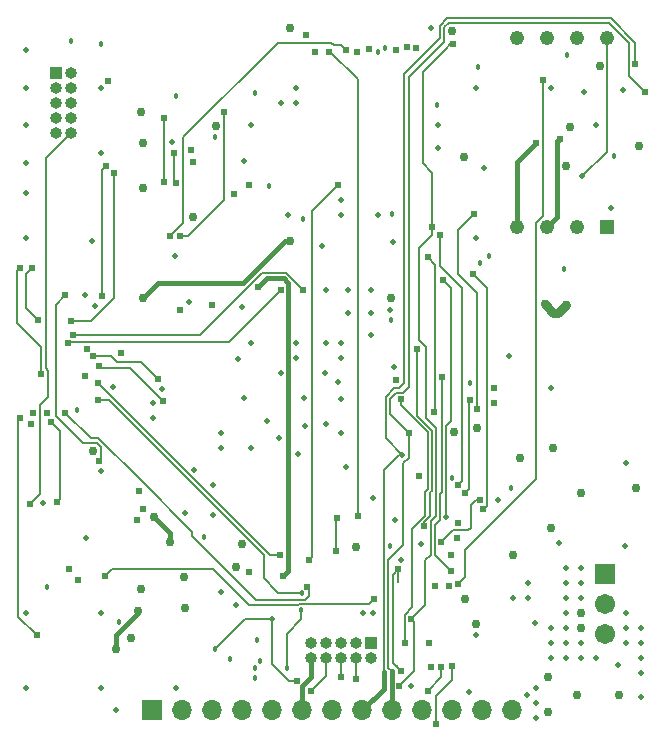
<source format=gbr>
G04 #@! TF.GenerationSoftware,KiCad,Pcbnew,(6.0.7)*
G04 #@! TF.CreationDate,2022-10-28T13:42:32-05:00*
G04 #@! TF.ProjectId,SapphineMinimal,53617070-6869-46e6-954d-696e696d616c,rev?*
G04 #@! TF.SameCoordinates,Original*
G04 #@! TF.FileFunction,Copper,L5,Inr*
G04 #@! TF.FilePolarity,Positive*
%FSLAX46Y46*%
G04 Gerber Fmt 4.6, Leading zero omitted, Abs format (unit mm)*
G04 Created by KiCad (PCBNEW (6.0.7)) date 2022-10-28 13:42:32*
%MOMM*%
%LPD*%
G01*
G04 APERTURE LIST*
G04 #@! TA.AperFunction,ComponentPad*
%ADD10R,1.000000X1.000000*%
G04 #@! TD*
G04 #@! TA.AperFunction,ComponentPad*
%ADD11O,1.000000X1.000000*%
G04 #@! TD*
G04 #@! TA.AperFunction,ComponentPad*
%ADD12R,1.709999X1.709999*%
G04 #@! TD*
G04 #@! TA.AperFunction,ComponentPad*
%ADD13C,1.709999*%
G04 #@! TD*
G04 #@! TA.AperFunction,ComponentPad*
%ADD14R,1.700000X1.700000*%
G04 #@! TD*
G04 #@! TA.AperFunction,ComponentPad*
%ADD15O,1.700000X1.700000*%
G04 #@! TD*
G04 #@! TA.AperFunction,ComponentPad*
%ADD16R,1.217000X1.217000*%
G04 #@! TD*
G04 #@! TA.AperFunction,ComponentPad*
%ADD17C,1.217000*%
G04 #@! TD*
G04 #@! TA.AperFunction,ViaPad*
%ADD18C,0.508000*%
G04 #@! TD*
G04 #@! TA.AperFunction,ViaPad*
%ADD19C,0.457200*%
G04 #@! TD*
G04 #@! TA.AperFunction,ViaPad*
%ADD20C,0.762000*%
G04 #@! TD*
G04 #@! TA.AperFunction,ViaPad*
%ADD21C,0.609600*%
G04 #@! TD*
G04 #@! TA.AperFunction,Conductor*
%ADD22C,0.381000*%
G04 #@! TD*
G04 #@! TA.AperFunction,Conductor*
%ADD23C,0.177800*%
G04 #@! TD*
G04 #@! TA.AperFunction,Conductor*
%ADD24C,0.200660*%
G04 #@! TD*
G04 #@! TA.AperFunction,Conductor*
%ADD25C,0.762000*%
G04 #@! TD*
G04 #@! TA.AperFunction,Conductor*
%ADD26C,0.127000*%
G04 #@! TD*
G04 APERTURE END LIST*
D10*
X80768846Y-71110000D03*
D11*
X82038846Y-71110000D03*
X80768846Y-72380000D03*
X82038846Y-72380000D03*
X80768846Y-73650000D03*
X82038846Y-73650000D03*
X80768846Y-74920000D03*
X82038846Y-74920000D03*
X80768846Y-76190000D03*
X82038846Y-76190000D03*
D10*
X107436278Y-119372618D03*
D11*
X107436278Y-120642618D03*
X106166278Y-119372618D03*
X106166278Y-120642618D03*
X104896278Y-119372618D03*
X104896278Y-120642618D03*
X103626278Y-119372618D03*
X103626278Y-120642618D03*
X102356278Y-119372618D03*
X102356278Y-120642618D03*
D12*
X127260041Y-113581926D03*
D13*
X127260041Y-116121926D03*
X127260041Y-118661926D03*
D14*
X88915000Y-125095000D03*
D15*
X91455000Y-125095000D03*
X93995000Y-125095000D03*
X96535000Y-125095000D03*
X99075000Y-125095000D03*
X101615000Y-125095000D03*
X104155000Y-125095000D03*
X106695000Y-125095000D03*
X109235000Y-125095000D03*
X111775000Y-125095000D03*
X114315000Y-125095000D03*
X116855000Y-125095000D03*
X119395000Y-125095000D03*
D16*
X127420000Y-84200000D03*
D17*
X124880000Y-84200000D03*
X122340000Y-84200000D03*
X119800000Y-84200000D03*
X119800000Y-68200000D03*
X122340000Y-68200000D03*
X124880000Y-68200000D03*
X127420000Y-68200000D03*
D18*
X110824574Y-123022492D03*
X89762620Y-97894664D03*
D19*
X82036278Y-68445618D03*
D20*
X120046660Y-103714236D03*
D18*
X94101278Y-106037618D03*
D19*
X82569678Y-99662218D03*
D18*
X125470663Y-72763233D03*
D19*
X109151278Y-92040682D03*
D18*
X125216278Y-115562618D03*
D20*
X116377078Y-117797818D03*
D18*
X92495748Y-104759265D03*
X101270034Y-103365402D03*
X101805007Y-98698957D03*
X105531278Y-89527618D03*
X122676278Y-97782618D03*
X90578321Y-76951276D03*
D20*
X129889878Y-106317018D03*
D18*
X94736278Y-101592618D03*
X109094367Y-91175928D03*
X94101278Y-108577618D03*
X103334141Y-85807459D03*
X116326278Y-85082618D03*
X101086278Y-93972618D03*
X104896278Y-95242618D03*
X123946278Y-113022618D03*
D19*
X114282896Y-105453769D03*
X124003420Y-69642350D03*
D18*
X108071278Y-83177618D03*
D21*
X83433278Y-94480618D03*
D18*
X79656403Y-107555954D03*
X105531278Y-91432618D03*
X125216278Y-114292618D03*
X104882424Y-98757221D03*
X119101576Y-95064157D03*
X101086278Y-73652618D03*
D19*
X101648980Y-83529158D03*
X109202078Y-83109087D03*
X113036478Y-73841523D03*
X86100278Y-117594618D03*
D18*
X107646518Y-116832618D03*
X78226278Y-116832618D03*
X90843159Y-86665534D03*
D19*
X109034708Y-111199070D03*
D18*
X94736278Y-102862618D03*
X104896278Y-81907618D03*
X123946278Y-115562618D03*
X101086278Y-95242618D03*
X99816278Y-96512618D03*
X123946278Y-114292618D03*
X113151278Y-75557618D03*
D19*
X90896381Y-73128817D03*
D18*
X105328371Y-104499927D03*
D19*
X115816508Y-97401618D03*
D18*
X104896278Y-101592618D03*
X121355551Y-117723084D03*
X78226278Y-81272618D03*
X119501278Y-115562618D03*
D20*
X123946278Y-78986618D03*
D18*
X90926278Y-123182618D03*
D19*
X108645000Y-69014896D03*
D18*
X129026278Y-116832618D03*
X101847381Y-101008344D03*
X96650993Y-98661903D03*
X104896278Y-83177618D03*
X123405397Y-110929990D03*
D19*
X116490194Y-70639812D03*
D18*
X97276278Y-102862618D03*
X118231278Y-107307618D03*
D19*
X97784278Y-119118618D03*
D20*
X125216278Y-118102618D03*
D18*
X84576278Y-116832618D03*
X111680001Y-111033481D03*
X112516278Y-67302618D03*
D20*
X114459627Y-101523582D03*
D18*
X99816278Y-73652618D03*
X97276278Y-93972618D03*
X83862030Y-85404905D03*
X117007726Y-79186713D03*
X83311167Y-110479765D03*
X85620554Y-97725168D03*
D19*
X97655943Y-72811035D03*
X117469278Y-86606618D03*
D20*
X119501278Y-111910118D03*
D18*
X123946278Y-118102618D03*
X84576278Y-123182618D03*
X107436278Y-91432618D03*
D20*
X87098168Y-118978194D03*
X92363311Y-83322704D03*
D19*
X93273278Y-110421618D03*
D20*
X128416678Y-123843018D03*
D18*
X91717124Y-108398139D03*
X84603576Y-77925880D03*
X104896278Y-93972618D03*
X106801278Y-116832618D03*
X129026278Y-104132618D03*
D19*
X84576278Y-68699618D03*
D18*
X97276278Y-75557618D03*
X83255478Y-89959418D03*
D21*
X83195731Y-96830618D03*
D18*
X128792201Y-72602637D03*
D19*
X98846015Y-80726193D03*
D18*
X78226278Y-75557618D03*
X104638773Y-97295316D03*
X116326278Y-72382618D03*
X107436278Y-89527618D03*
X107643870Y-107124472D03*
D20*
X124327278Y-75684618D03*
D18*
X92077304Y-90526872D03*
X122676278Y-72382618D03*
X128959049Y-111216015D03*
X98600322Y-100611232D03*
X109428063Y-96038354D03*
X85846278Y-125087618D03*
X99681006Y-102020025D03*
D19*
X128020878Y-78174471D03*
D18*
X103626278Y-93972618D03*
D19*
X94251608Y-76583518D03*
D18*
X78226278Y-85082618D03*
D19*
X123819278Y-87749618D03*
D18*
X123946278Y-116832618D03*
X120771278Y-115562618D03*
X120771278Y-114292618D03*
X116326278Y-118737618D03*
D20*
X124860678Y-123843018D03*
D19*
X108071278Y-69334618D03*
D18*
X78226278Y-78732618D03*
X89021278Y-100322618D03*
X107436278Y-93337618D03*
D20*
X122447171Y-125239511D03*
D18*
X109308886Y-85479263D03*
X78226278Y-72382618D03*
X101086278Y-72382618D03*
D20*
X125216278Y-116832618D03*
D18*
X84576278Y-72382618D03*
X94736278Y-115054618D03*
D20*
X122826908Y-102862618D03*
D18*
X103546826Y-96501617D03*
X100451278Y-83177618D03*
X96514278Y-90924618D03*
X96179897Y-95373799D03*
X84582389Y-104812233D03*
X84042120Y-90881754D03*
X120640488Y-123777281D03*
X115730392Y-123538926D03*
X125216278Y-113022618D03*
X109492439Y-108962447D03*
X96680188Y-78635646D03*
X78226278Y-123182618D03*
X113151278Y-77462618D03*
X89021278Y-99052618D03*
D19*
X80004278Y-114673618D03*
X119262355Y-106276541D03*
D18*
X103610387Y-89509894D03*
D19*
X116703229Y-87208905D03*
D18*
X127756278Y-82542618D03*
X130269997Y-123991799D03*
X103594497Y-100871443D03*
X109976278Y-112387618D03*
X78226278Y-69207618D03*
D21*
X85147278Y-71810618D03*
D18*
X126486278Y-75557618D03*
D20*
X88132278Y-80891618D03*
D18*
X125216278Y-119372618D03*
D20*
X88005278Y-74414618D03*
X130169278Y-77335618D03*
X88132278Y-90162618D03*
D18*
X123946278Y-119372618D03*
D20*
X96019418Y-113009478D03*
D18*
X130296278Y-120642618D03*
X126486278Y-120642618D03*
X121406278Y-124452618D03*
X128391278Y-121277618D03*
X122676278Y-119372618D03*
X130296278Y-118102618D03*
D20*
X106179478Y-111255476D03*
D18*
X130296278Y-119372618D03*
D20*
X83941278Y-103116618D03*
X122727078Y-109669818D03*
X126798200Y-70549264D03*
X115375392Y-115689618D03*
X91688278Y-116427988D03*
D18*
X96006278Y-116221318D03*
X129026278Y-118102618D03*
D20*
X100578278Y-85336618D03*
X89046678Y-108704618D03*
X87751278Y-116705618D03*
X90395300Y-110866040D03*
D18*
X121406278Y-123182618D03*
D20*
X115310278Y-78224618D03*
X88005278Y-114800618D03*
X114294278Y-67556618D03*
D18*
X130296278Y-121912618D03*
X121406278Y-125722618D03*
D20*
X88132278Y-77081618D03*
X85846278Y-119880618D03*
X116429648Y-101172821D03*
D18*
X125216278Y-120642618D03*
D20*
X122422278Y-122268218D03*
X91601003Y-113784618D03*
D18*
X123946278Y-120642618D03*
X129026278Y-119372618D03*
X122676278Y-120642618D03*
X122676278Y-118102618D03*
D20*
X109125878Y-90162618D03*
X94339696Y-75661015D03*
D18*
X113806869Y-108706452D03*
D21*
X113506878Y-88664018D03*
X84353256Y-98801272D03*
D19*
X101568878Y-115181618D03*
D21*
X80004278Y-99941618D03*
X78861278Y-99941618D03*
X114192678Y-113276618D03*
X113428908Y-96893618D03*
D20*
X96514278Y-110990618D03*
X100608804Y-67362740D03*
X122168278Y-90721418D03*
X125216278Y-106672618D03*
X123946278Y-90797618D03*
D21*
X102737278Y-69334618D03*
D19*
X100324278Y-121531618D03*
D21*
X90418278Y-84955618D03*
D19*
X101543478Y-116629418D03*
D21*
X104896278Y-122273027D03*
X105345000Y-69207618D03*
X101932030Y-67894370D03*
D19*
X94228278Y-119880618D03*
D21*
X106158099Y-122428797D03*
X91307278Y-84955618D03*
X94970579Y-74434317D03*
X107309278Y-69080618D03*
X101142378Y-122623818D03*
D18*
X99054278Y-117340618D03*
D21*
X102336026Y-123504472D03*
X112643278Y-84193618D03*
X114421278Y-68699618D03*
X110484278Y-68979018D03*
X110830544Y-117369990D03*
X109856800Y-123031986D03*
D19*
X97657278Y-122369818D03*
D21*
X111281400Y-69055656D03*
X89884878Y-80332818D03*
X114776878Y-109263418D03*
X97149278Y-80637618D03*
X111479687Y-105290352D03*
X89910278Y-74973418D03*
X95879729Y-81362663D03*
X114726078Y-110508018D03*
X90799278Y-77945218D03*
X90977078Y-80485218D03*
D18*
X125343278Y-79875618D03*
D21*
X78581878Y-107637818D03*
D19*
X95498278Y-120769618D03*
X98012878Y-120947418D03*
D21*
X114268878Y-121353818D03*
X112973478Y-126230618D03*
X112262278Y-123436618D03*
X113405278Y-121404618D03*
X109773078Y-113124218D03*
X91307278Y-91178618D03*
X109976278Y-121785618D03*
D19*
X97606478Y-121531618D03*
D21*
X110298914Y-119422350D03*
X110001678Y-98773218D03*
X78632678Y-100881418D03*
X115437278Y-106672618D03*
X115841908Y-98800847D03*
X111373278Y-94480618D03*
X111932078Y-109492018D03*
X77769078Y-100348018D03*
X79191478Y-118763018D03*
X112262278Y-86733618D03*
X112770278Y-99814618D03*
X80385278Y-100729018D03*
X80893278Y-107434618D03*
X104540678Y-108857018D03*
X104515278Y-111625618D03*
X129839078Y-70350618D03*
D18*
X110102918Y-103461039D03*
D21*
X116453278Y-99560618D03*
X116199278Y-83050618D03*
X114802278Y-106037618D03*
X113278278Y-84828618D03*
X130677278Y-72763618D03*
X110634548Y-101588509D03*
X123438278Y-76700618D03*
X92399478Y-78681818D03*
X112897278Y-114546618D03*
X107690278Y-115689618D03*
X84893778Y-113721118D03*
X82207327Y-93293569D03*
X101721278Y-89527618D03*
X99816278Y-89527618D03*
X81782278Y-93972618D03*
X87827478Y-106494818D03*
X83941278Y-95115618D03*
X89402278Y-97020618D03*
X89859478Y-98925618D03*
X88132278Y-108069618D03*
X84404689Y-95922207D03*
X99732121Y-111984707D03*
X84322278Y-97401618D03*
X109595278Y-69207618D03*
X116707278Y-107307618D03*
X113405278Y-110863618D03*
X92194508Y-77630205D03*
X114030218Y-114546618D03*
X106329293Y-108623794D03*
X103880278Y-69334618D03*
X102229278Y-112387618D03*
X104642278Y-80637618D03*
X102051478Y-114622818D03*
X81564431Y-99896853D03*
X121406278Y-77056218D03*
X114802278Y-114419618D03*
X122041278Y-71747618D03*
X114192678Y-111930418D03*
X93974278Y-90797618D03*
X82671278Y-114038618D03*
X112389278Y-119372618D03*
X82062992Y-92123018D03*
X85693878Y-79596218D03*
X86253451Y-94858947D03*
X84667762Y-90018065D03*
X112516278Y-121404618D03*
X81909278Y-113149618D03*
X85033478Y-78986618D03*
X117899308Y-97782618D03*
X117899308Y-99052618D03*
X78734278Y-87622618D03*
X79242278Y-92067618D03*
X116961278Y-108069618D03*
X116072278Y-88130618D03*
X106293278Y-69334618D03*
X99988390Y-113761168D03*
X97149278Y-113403618D03*
X87624278Y-108958618D03*
X97911278Y-89273618D03*
X109595278Y-97147618D03*
X79496278Y-96639618D03*
X77718278Y-87622618D03*
X81528278Y-89959418D03*
X84449278Y-104005618D03*
D22*
X100197278Y-85336618D02*
X96641278Y-88892618D01*
X87751278Y-116822976D02*
X87751278Y-116705618D01*
X89402278Y-88892618D02*
X88132278Y-90162618D01*
X85846278Y-118727976D02*
X87751278Y-116822976D01*
X90395300Y-110053240D02*
X90395300Y-110866040D01*
X89046678Y-108704618D02*
X90395300Y-110053240D01*
X85846278Y-119880618D02*
X85846278Y-118727976D01*
X100578278Y-85336618D02*
X100197278Y-85336618D01*
X96641278Y-88892618D02*
X89402278Y-88892618D01*
D23*
X113776666Y-100999826D02*
X114201285Y-100575207D01*
X114201285Y-89358425D02*
X113506878Y-88664018D01*
X114201285Y-100575207D02*
X114201285Y-89358425D01*
D24*
X113776666Y-108676249D02*
X113776666Y-100999826D01*
X113806869Y-108706452D02*
X113776666Y-108676249D01*
X84353256Y-98801272D02*
X85256376Y-98801272D01*
X98365118Y-111910014D02*
X98365118Y-113939260D01*
D23*
X99607476Y-115181618D02*
X99394377Y-114968519D01*
X101568878Y-115181618D02*
X99607476Y-115181618D01*
D24*
X85256376Y-98801272D02*
X98365118Y-111910014D01*
X98365118Y-113939260D02*
X99394377Y-114968519D01*
X112848248Y-111728988D02*
X112848248Y-109396058D01*
D23*
X113272201Y-108786895D02*
X113272201Y-108972105D01*
D24*
X113272201Y-108786895D02*
X113275239Y-108783857D01*
D23*
X112848248Y-111932188D02*
X112848248Y-111728988D01*
D24*
X113428908Y-106656756D02*
X113428908Y-96893618D01*
X112848248Y-109396058D02*
X113272201Y-108972105D01*
X113275239Y-108783857D02*
X113275239Y-106810425D01*
X113275239Y-106810425D02*
X113428908Y-106656756D01*
D23*
X114192678Y-113276618D02*
X112848248Y-111932188D01*
D25*
X123311278Y-91432618D02*
X123946278Y-90797618D01*
X122168278Y-90721418D02*
X122879478Y-91432618D01*
X122879478Y-91432618D02*
X123311278Y-91432618D01*
D23*
X100324278Y-118610618D02*
X100324278Y-121531618D01*
X104940370Y-68802988D02*
X105345000Y-69207618D01*
D24*
X104054538Y-68572618D02*
X104284908Y-68802988D01*
X90418278Y-84955618D02*
X91559508Y-83814388D01*
D23*
X104284908Y-68802988D02*
X104940370Y-68802988D01*
D24*
X91559508Y-83814388D02*
X91559508Y-76548870D01*
X104896278Y-120642618D02*
X104896278Y-122273027D01*
X91559508Y-76548870D02*
X99535760Y-68572618D01*
X99535760Y-68572618D02*
X104054538Y-68572618D01*
D23*
X100324278Y-118610618D02*
X101543478Y-117391418D01*
X101543478Y-117391418D02*
X101543478Y-116629418D01*
X99054278Y-117340618D02*
X96768278Y-117340618D01*
D24*
X94970579Y-81927317D02*
X94970579Y-81292317D01*
D23*
X99054278Y-121150618D02*
X100527478Y-122623818D01*
X94990278Y-81272618D02*
X94970579Y-81292317D01*
X100527478Y-122623818D02*
X101142378Y-122623818D01*
D24*
X91942278Y-84955618D02*
X94970579Y-81927317D01*
X91307278Y-84955618D02*
X91942278Y-84955618D01*
D23*
X94990278Y-74454016D02*
X94990278Y-81272618D01*
D24*
X106166278Y-120642618D02*
X106166278Y-122420618D01*
X106166278Y-122420618D02*
X106158099Y-122428797D01*
D23*
X99054278Y-117340618D02*
X99054278Y-121150618D01*
X96768278Y-117340618D02*
X94228278Y-119880618D01*
X94970579Y-74434317D02*
X94990278Y-74454016D01*
D24*
X112008278Y-116192256D02*
X112008278Y-112413018D01*
X112138317Y-100351057D02*
X112948078Y-101160818D01*
X103626278Y-122214220D02*
X102336026Y-123504472D01*
X110830544Y-117369990D02*
X112008278Y-116192256D01*
X113786278Y-69080618D02*
X111823534Y-71043362D01*
X111500278Y-93718618D02*
X112138317Y-94356657D01*
X111500278Y-85971618D02*
X111500278Y-93718618D01*
X112643278Y-84193618D02*
X112643278Y-84828618D01*
X112948078Y-101160818D02*
X112948078Y-108628418D01*
X112138317Y-94356657D02*
X112138317Y-100351057D01*
X112643278Y-84828618D02*
X111500278Y-85971618D01*
D23*
X112490878Y-109085618D02*
X112490878Y-111930418D01*
D24*
X111119278Y-117658724D02*
X110830544Y-117369990D01*
X111119278Y-121769508D02*
X111119278Y-117658724D01*
X111823534Y-78801874D02*
X112643278Y-79621618D01*
X111823534Y-71043362D02*
X111823534Y-78801874D01*
X109856800Y-123031986D02*
X111119278Y-121769508D01*
D23*
X113786278Y-69080618D02*
X114167278Y-68699618D01*
D24*
X103626278Y-120642618D02*
X103626278Y-122214220D01*
X112643278Y-79621618D02*
X112643278Y-84193618D01*
D23*
X114167278Y-68699618D02*
X114421278Y-68699618D01*
X112773317Y-108803179D02*
X112490878Y-109085618D01*
X112490878Y-111930418D02*
X112008278Y-112413018D01*
D24*
X112948078Y-108628418D02*
X112773317Y-108803179D01*
D23*
X89910278Y-80307418D02*
X89910278Y-77462618D01*
X89884878Y-80332818D02*
X89910278Y-80307418D01*
D24*
X89910278Y-74973418D02*
X89910278Y-77462618D01*
X90778687Y-80286827D02*
X90977078Y-80485218D01*
X90799278Y-77945218D02*
X90778687Y-77965809D01*
X90778687Y-77965809D02*
X90778687Y-80286827D01*
D26*
X127420000Y-77798896D02*
X125343278Y-79875618D01*
X127420000Y-68200000D02*
X127420000Y-77798896D01*
D24*
X80131278Y-96385618D02*
X79889478Y-96143818D01*
X78581878Y-107637818D02*
X79418308Y-106801388D01*
X79889478Y-96143818D02*
X79889478Y-78339368D01*
X79418308Y-106801388D02*
X79418308Y-99257588D01*
X80131278Y-98544618D02*
X80131278Y-96385618D01*
X79418308Y-99257588D02*
X80131278Y-98544618D01*
X79889478Y-78339368D02*
X82038846Y-76190000D01*
D22*
X101615000Y-125095000D02*
X101615000Y-123034896D01*
X101615000Y-123034896D02*
X102356278Y-122293618D01*
X102356278Y-122293618D02*
X102356278Y-120642618D01*
D24*
X112973478Y-126230618D02*
X112973478Y-123868418D01*
X114268878Y-122573018D02*
X114268878Y-121353818D01*
X112973478Y-123868418D02*
X114268878Y-122573018D01*
X113405278Y-121404618D02*
X113405278Y-122293618D01*
X113405278Y-122293618D02*
X112262278Y-123436618D01*
D23*
X109976278Y-121785618D02*
X109646078Y-121455418D01*
X109290478Y-113606818D02*
X109773078Y-113124218D01*
D24*
X109767284Y-113290322D02*
X109767284Y-114210624D01*
D23*
X109290478Y-121099818D02*
X109290478Y-113606818D01*
D24*
X109767284Y-113130012D02*
X109773078Y-113124218D01*
D23*
X109646078Y-121455418D02*
X109646078Y-121299079D01*
D24*
X109767284Y-114210624D02*
X109767284Y-113130012D01*
X109773078Y-113124218D02*
X109773078Y-113302018D01*
D23*
X109976278Y-121785618D02*
X109290478Y-121099818D01*
D24*
X110298914Y-119422350D02*
X110298914Y-117017982D01*
X112287678Y-101572694D02*
X110001678Y-99286694D01*
X112011317Y-108625379D02*
X112011317Y-106644179D01*
X112287678Y-106367818D02*
X112287678Y-101572694D01*
D23*
X110916078Y-109720618D02*
X110916078Y-116350018D01*
D24*
X110001678Y-99286694D02*
X110001678Y-98773218D01*
D23*
X110916078Y-116350018D02*
X110941478Y-116375418D01*
D24*
X112011317Y-106644179D02*
X112287678Y-106367818D01*
D23*
X112011317Y-108625379D02*
X110916078Y-109720618D01*
D24*
X110298914Y-117017982D02*
X110941478Y-116375418D01*
X115762170Y-106347726D02*
X115437278Y-106672618D01*
X115841908Y-98800847D02*
X115762170Y-98880585D01*
X115762170Y-98880585D02*
X115762170Y-106347726D01*
X112614839Y-101437179D02*
X111373278Y-100195618D01*
X112465478Y-106652694D02*
X112614839Y-106503333D01*
X111373278Y-100195618D02*
X111373278Y-94480618D01*
X112614839Y-106503333D02*
X112614839Y-101437179D01*
X112465478Y-108664506D02*
X112465478Y-106652694D01*
X111932078Y-109197906D02*
X112465478Y-108664506D01*
X111932078Y-109492018D02*
X111932078Y-109197906D01*
X77591278Y-100525818D02*
X77769078Y-100348018D01*
X79191478Y-118763018D02*
X77591278Y-117162818D01*
X77591278Y-117162818D02*
X77591278Y-100525818D01*
X112897278Y-99687618D02*
X112770278Y-99814618D01*
X112262278Y-86733618D02*
X112897278Y-87368618D01*
X112897278Y-87368618D02*
X112897278Y-99687618D01*
X80385278Y-100729018D02*
X81150316Y-101494056D01*
X81150316Y-107177580D02*
X80893278Y-107434618D01*
X81150316Y-101494056D02*
X81150316Y-107177580D01*
X104515278Y-108882418D02*
X104540678Y-108857018D01*
X104515278Y-111625618D02*
X104515278Y-108882418D01*
X129839078Y-70350618D02*
X129839078Y-68596900D01*
X108685685Y-98548854D02*
X108685685Y-102043806D01*
X110256587Y-97417753D02*
X109857180Y-97817160D01*
X113257687Y-67127247D02*
X113257686Y-68212210D01*
X108528478Y-121861818D02*
X108528478Y-104742218D01*
X113863604Y-66521330D02*
X113257687Y-67127247D01*
X127763508Y-66521330D02*
X113863604Y-66521330D01*
X129839078Y-68596900D02*
X127763508Y-66521330D01*
D22*
X106695000Y-125095000D02*
X108528478Y-123261522D01*
D24*
X109809657Y-103461039D02*
X110102918Y-103461039D01*
X108685685Y-102043806D02*
X110102918Y-103461039D01*
X110256587Y-71213309D02*
X110256587Y-97417753D01*
X109417378Y-97817161D02*
X108685685Y-98548854D01*
X109857180Y-97817160D02*
X109417378Y-97817161D01*
X108528478Y-104742218D02*
X109809657Y-103461039D01*
D22*
X108528478Y-123261522D02*
X108528478Y-121861818D01*
D24*
X113257686Y-68212210D02*
X110256587Y-71213309D01*
X116453278Y-99560618D02*
X116453278Y-89908618D01*
D23*
X114802278Y-84447618D02*
X114802278Y-88130618D01*
X114802278Y-88130618D02*
X116453278Y-89781618D01*
X116199278Y-83050618D02*
X114802278Y-84447618D01*
X116453278Y-89781618D02*
X116453278Y-89908618D01*
X113278278Y-87470218D02*
X115118257Y-89310197D01*
X115118257Y-105721639D02*
X115118257Y-105337597D01*
X114802278Y-106037618D02*
X115118257Y-105721639D01*
X113278278Y-84828618D02*
X113278278Y-87470218D01*
D24*
X115118257Y-105337597D02*
X115118257Y-89592639D01*
D23*
X115118257Y-89310197D02*
X115118257Y-89592639D01*
D24*
X109063646Y-98705411D02*
X109063646Y-100017607D01*
X129280278Y-68572618D02*
X127605648Y-66897988D01*
X110180476Y-111147480D02*
X110180476Y-104182420D01*
X108923947Y-112404009D02*
X110180476Y-111147480D01*
X110634548Y-103728348D02*
X110634548Y-101588509D01*
X109235000Y-121806340D02*
X108923947Y-121495287D01*
X110634548Y-97697643D02*
X110137069Y-98195122D01*
X108923947Y-121495287D02*
X108923947Y-112404009D01*
D22*
X109235000Y-125095000D02*
X109235000Y-121806340D01*
D24*
X110634548Y-71516888D02*
X110634548Y-97697643D01*
X110137069Y-98195122D02*
X109573935Y-98195122D01*
X113635648Y-68515788D02*
X110634548Y-71516888D01*
X114021464Y-66897988D02*
X113635648Y-67283804D01*
X110180476Y-104182420D02*
X110634548Y-103728348D01*
X109063646Y-100017607D02*
X110634548Y-101588509D01*
X130677278Y-72763618D02*
X129280278Y-71366618D01*
X109573935Y-98195122D02*
X109063646Y-98705411D01*
X127605648Y-66897988D02*
X114021464Y-66897988D01*
X113635648Y-67283804D02*
X113635648Y-68515788D01*
X129280278Y-71366618D02*
X129280278Y-68572618D01*
D22*
X123197478Y-83342522D02*
X123197478Y-76941418D01*
X122340000Y-84200000D02*
X123197478Y-83342522D01*
X123197478Y-76941418D02*
X123438278Y-76700618D01*
D24*
X107282108Y-116097788D02*
X101323269Y-116097788D01*
X97097360Y-116172218D02*
X94051130Y-113125988D01*
X85488908Y-113125988D02*
X84893778Y-113721118D01*
X101323269Y-116097788D02*
X101248839Y-116172218D01*
X94051130Y-113125988D02*
X85488908Y-113125988D01*
X101248839Y-116172218D02*
X97097360Y-116172218D01*
X107690278Y-115689618D02*
X107282108Y-116097788D01*
X100267743Y-88056687D02*
X101721278Y-89510222D01*
X98196765Y-88056687D02*
X100267743Y-88056687D01*
X101721278Y-89510222D02*
X101721278Y-89527618D01*
X92959883Y-93293569D02*
X98196765Y-88056687D01*
X82207327Y-93293569D02*
X92959883Y-93293569D01*
X95445708Y-93898188D02*
X99816278Y-89527618D01*
X81856708Y-93898188D02*
X95445708Y-93898188D01*
X81782278Y-93972618D02*
X81856708Y-93898188D01*
X85465278Y-95115618D02*
X85973278Y-95623618D01*
X83941278Y-95115618D02*
X85465278Y-95115618D01*
X88005278Y-95623618D02*
X89402278Y-97020618D01*
X85973278Y-95623618D02*
X88005278Y-95623618D01*
X87065478Y-96131618D02*
X89859478Y-98925618D01*
X84404689Y-95922207D02*
X84614100Y-96131618D01*
X84614100Y-96131618D02*
X87065478Y-96131618D01*
X99732121Y-111984707D02*
X98905367Y-111984707D01*
D23*
X84322278Y-97401618D02*
X85084278Y-98163618D01*
D24*
X98905367Y-111984707D02*
X85084278Y-98163618D01*
X116319498Y-107307618D02*
X116707278Y-107307618D01*
D23*
X115691278Y-109847618D02*
X115878388Y-109660508D01*
D24*
X115878388Y-107748728D02*
X116319498Y-107307618D01*
D23*
X114421278Y-109847618D02*
X115691278Y-109847618D01*
X113405278Y-110863618D02*
X114421278Y-109847618D01*
X115878388Y-109660508D02*
X115878388Y-107748728D01*
D24*
X106329293Y-71656633D02*
X104007278Y-69334618D01*
X106329293Y-108623794D02*
X106329293Y-71656633D01*
X104007278Y-69334618D02*
X103880278Y-69334618D01*
X102483278Y-82796618D02*
X102483278Y-112133618D01*
X104642278Y-80637618D02*
X102483278Y-82796618D01*
X102483278Y-112133618D02*
X102229278Y-112387618D01*
X84370648Y-102080026D02*
X83747605Y-102080027D01*
D23*
X92323278Y-110032656D02*
X92323278Y-110355618D01*
X87849259Y-105558637D02*
X92323278Y-110032656D01*
X92323278Y-110355618D02*
X97733478Y-115765818D01*
D24*
X102224197Y-115430537D02*
X101888916Y-115765818D01*
X101888916Y-115765818D02*
X97911278Y-115765818D01*
X87849259Y-105558637D02*
X84370648Y-102080026D01*
D23*
X97733478Y-115765818D02*
X97911278Y-115765818D01*
D24*
X83747605Y-102080027D02*
X81564431Y-99896853D01*
D23*
X102224197Y-114795537D02*
X102051478Y-114622818D01*
X102224197Y-115430537D02*
X102224197Y-114795537D01*
D22*
X119800000Y-78662496D02*
X119800000Y-84200000D01*
X121406278Y-77056218D02*
X119800000Y-78662496D01*
D24*
X115437278Y-111498618D02*
X121453370Y-105482526D01*
X122041278Y-83244837D02*
X122041278Y-71747618D01*
X121453370Y-83832745D02*
X122041278Y-83244837D01*
X121453370Y-105482526D02*
X121453370Y-83832745D01*
X114802278Y-114419618D02*
X115437278Y-113784618D01*
X115437278Y-113784618D02*
X115437278Y-111498618D01*
X82062992Y-92123018D02*
X83760332Y-92123018D01*
X83760332Y-92123018D02*
X85693878Y-90189472D01*
X85693878Y-90189472D02*
X85693878Y-79596218D01*
X84667762Y-90018065D02*
X84667762Y-79352334D01*
X84667762Y-79352334D02*
X85033478Y-78986618D01*
X78210669Y-88146227D02*
X78210669Y-91036009D01*
X117264308Y-89322648D02*
X117264308Y-107766588D01*
X116072278Y-88130618D02*
X117264308Y-89322648D01*
X78210669Y-91036009D02*
X79242278Y-92067618D01*
X117264308Y-107766588D02*
X116961278Y-108069618D01*
X78734278Y-87622618D02*
X78210669Y-88146227D01*
D22*
X100438078Y-88889060D02*
X100073836Y-88524818D01*
X98660078Y-88524818D02*
X97911278Y-89273618D01*
X100073836Y-88524818D02*
X98660078Y-88524818D01*
X99988390Y-113761168D02*
X100438078Y-113311480D01*
X100438078Y-113311480D02*
X100438078Y-88889060D01*
D23*
X77464278Y-92321618D02*
X77464278Y-87876618D01*
X79496278Y-94353618D02*
X77464278Y-92321618D01*
X77464278Y-87876618D02*
X77718278Y-87622618D01*
X79496278Y-96639618D02*
X79496278Y-94353618D01*
D24*
X81528278Y-89959418D02*
X80738330Y-90749366D01*
X84214092Y-102457988D02*
X84599908Y-102843804D01*
X83028648Y-102457988D02*
X84214092Y-102457988D01*
X84599908Y-102843804D02*
X84599908Y-103854988D01*
X80738330Y-100167670D02*
X83028648Y-102457988D01*
X84599908Y-103854988D02*
X84449278Y-104005618D01*
X80738330Y-90749366D02*
X80738330Y-100167670D01*
M02*

</source>
